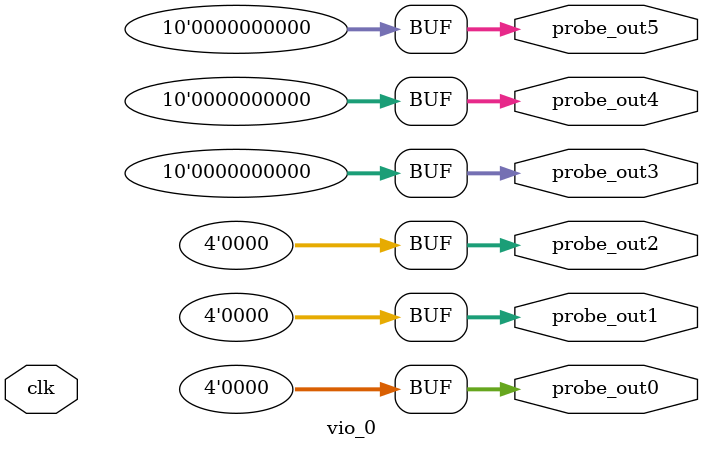
<source format=v>
`timescale 1ns / 1ps
module vio_0 (
clk,

probe_out0,
probe_out1,
probe_out2,
probe_out3,
probe_out4,
probe_out5
);

input clk;

output reg [3 : 0] probe_out0 = 'h0 ;
output reg [3 : 0] probe_out1 = 'h0 ;
output reg [3 : 0] probe_out2 = 'h0 ;
output reg [9 : 0] probe_out3 = 'h000 ;
output reg [9 : 0] probe_out4 = 'h000 ;
output reg [9 : 0] probe_out5 = 'h000 ;


endmodule

</source>
